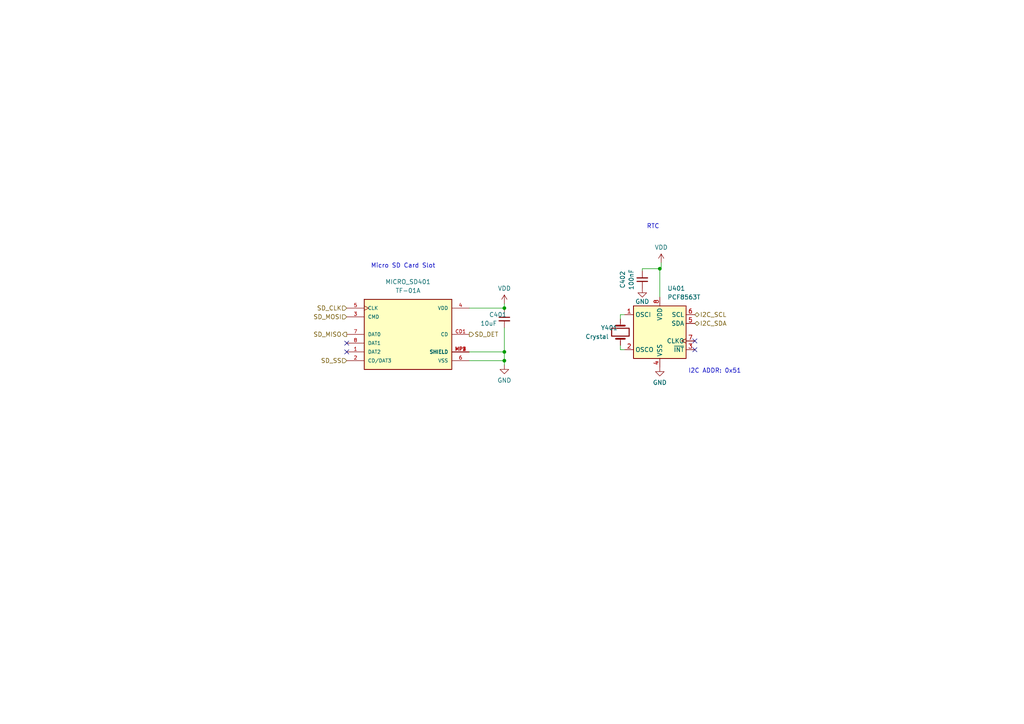
<source format=kicad_sch>
(kicad_sch (version 20250114) (generator "eeschema") (generator_version "9.0")
  (paper "A4")
  (lib_symbols
    (symbol "Device:C_Small" (pin_numbers (hide yes)) (pin_names (offset 0.254) (hide yes))
      (property "Reference" "C" (at 0.254 1.778 0))
      (property "Value" "C_Small" (at 0.254 -2.032 0))
      (symbol "C_Small_0_1"
        (polyline (pts (xy -1.524 0.508) (xy 1.524 0.508)) (stroke (width 0.3048)))
        (polyline (pts (xy -1.524 -0.508) (xy 1.524 -0.508)) (stroke (width 0.3302)))
      )
      (symbol "C_Small_1_1"
        (pin passive line (at 0 2.54 270) (length 2.032) (name "~") (number "1"))
        (pin passive line (at 0 -2.54 90) (length 2.032) (name "~") (number "2"))
      )
    )
    (symbol "Device:Crystal" (pin_numbers (hide yes)) (pin_names (offset 1.016) (hide yes))
      (property "Reference" "Y" (at 0 3.81 0))
      (property "Value" "Crystal" (at 0 -3.81 0))
      (symbol "Crystal_0_1"
        (polyline (pts (xy -2.54 0) (xy -1.905 0)))
        (polyline (pts (xy -1.905 -1.27) (xy -1.905 1.27)) (stroke (width 0.508)))
        (rectangle (start -1.143 2.54) (end 1.143 -2.54) (stroke (width 0.3048)))
        (polyline (pts (xy 1.905 -1.27) (xy 1.905 1.27)) (stroke (width 0.508)))
        (polyline (pts (xy 2.54 0) (xy 1.905 0)))
      )
      (symbol "Crystal_1_1"
        (pin passive line (at -3.81 0 0) (length 1.27) (name "1") (number "1"))
        (pin passive line (at 3.81 0 180) (length 1.27) (name "2") (number "2"))
      )
    )
    (symbol "Timer_RTC:PCF8563T"
      (property "Reference" "U" (at -7.62 8.89 0))
      (property "Value" "PCF8563T" (at 2.54 8.89 0))
      (symbol "PCF8563T_0_1"
        (rectangle (start -7.62 7.62) (end 7.62 -7.62) (stroke (width 0.254)) (fill (type background)))
      )
      (symbol "PCF8563T_1_1"
        (pin input line (at -10.16 5.08 0) (length 2.54) (name "OSCI") (number "1"))
        (pin output line (at -10.16 -5.08 0) (length 2.54) (name "OSCO") (number "2"))
        (pin power_in line (at 0 10.16 270) (length 2.54) (name "VDD") (number "8"))
        (pin power_in line (at 0 -10.16 90) (length 2.54) (name "VSS") (number "4"))
        (pin input line (at 10.16 5.08 180) (length 2.54) (name "SCL") (number "6"))
        (pin bidirectional line (at 10.16 2.54 180) (length 2.54) (name "SDA") (number "5"))
        (pin output clock (at 10.16 -2.54 180) (length 2.54) (name "CLKO") (number "7"))
        (pin output line (at 10.16 -5.08 180) (length 2.54) (name "~{INT}") (number "3"))
      )
    )
    (symbol "WOBCLibrary:TF-01A" (pin_names (offset 1.016))
      (property "Reference" "MICRO_SD" (at -12.7 10.795 0))
      (property "Value" "TF-01A" (at -12.7 -12.7 0))
      (symbol "TF-01A_0_0"
        (rectangle (start -12.7 -10.16) (end 12.7 10.16) (stroke (width 0.254)) (fill (type background)))
        (pin bidirectional clock (at -17.78 7.62 0) (length 5.08) (name "CLK") (number "5"))
        (pin bidirectional line (at -17.78 5.08 0) (length 5.08) (name "CMD") (number "3"))
        (pin bidirectional line (at -17.78 0 0) (length 5.08) (name "DAT0") (number "7"))
        (pin bidirectional line (at -17.78 -2.54 0) (length 5.08) (name "DAT1") (number "8"))
        (pin bidirectional line (at -17.78 -5.08 0) (length 5.08) (name "DAT2") (number "1"))
        (pin bidirectional line (at -17.78 -7.62 0) (length 5.08) (name "CD/DAT3") (number "2"))
        (pin power_in line (at 17.78 7.62 180) (length 5.08) (name "VDD") (number "4"))
        (pin passive line (at 17.78 0 180) (length 5.08) (name "CD") (number "CD1"))
        (pin power_in line (at 17.78 -5.08 180) (length 5.08) (name "SHIELD") (number "MP1"))
        (pin power_in line (at 17.78 -5.08 180) (length 5.08) (name "SHIELD") (number "MP2"))
        (pin power_in line (at 17.78 -5.08 180) (length 5.08) (name "SHIELD") (number "MP3"))
        (pin power_in line (at 17.78 -5.08 180) (length 5.08) (name "SHIELD") (number "MP4"))
        (pin power_in line (at 17.78 -7.62 180) (length 5.08) (name "VSS") (number "6"))
      )
    )
    (symbol "power:+BATT" (power) (pin_names (offset 0))
      (property "Value" "+BATT" (at 0 3.556 0))
      (symbol "+BATT_0_1"
        (polyline (pts (xy -0.762 1.27) (xy 0 2.54)))
        (polyline (pts (xy 0 2.54) (xy 0.762 1.27)))
        (polyline (pts (xy 0 0) (xy 0 2.54)))
      )
      (symbol "+BATT_1_1"
        (pin power_in line (at 0 0 90) (length 0) (hide yes) (name "+BATT") (number "1"))
      )
    )
    (symbol "power:GND" (power) (pin_names (offset 0))
      (property "Value" "GND" (at 0 -3.81 0))
      (symbol "GND_0_1"
        (polyline (pts (xy 0 0) (xy 0 -1.27) (xy 1.27 -1.27) (xy 0 -2.54) (xy -1.27 -1.27) (xy 0 -1.27)))
      )
      (symbol "GND_1_1"
        (pin power_in line (at 0 0 270) (length 0) (hide yes) (name "GND") (number "1"))
      )
    )
    (symbol "power:VDD" (power) (pin_names (offset 0))
      (property "Value" "VDD" (at 0 3.81 0))
      (symbol "VDD_0_1"
        (polyline (pts (xy -0.762 1.27) (xy 0 2.54)))
        (polyline (pts (xy 0 2.54) (xy 0.762 1.27)))
        (polyline (pts (xy 0 0) (xy 0 2.54)))
      )
      (symbol "VDD_1_1"
        (pin power_in line (at 0 0 90) (length 0) (hide yes) (name "VDD") (number "1"))
      )
    )
  )
  (text "I2C ADDR: 0x51" (at 199.6242 108.4164 0) (effects (font (size 1.27 1.27)) (justify left bottom)))
  (text "RTC" (at 187.5592 66.5064 0) (effects (font (size 1.27 1.27)) (justify left bottom)))
  (text "Micro SD Card Slot" (at 107.5492 77.9364 0) (effects (font (size 1.27 1.27)) (justify left bottom)))
  (junction (at 146.2842 89.3664))
  (junction (at 146.2842 102.0664))
  (junction (at 146.2842 104.6064))
  (junction (at 191.3692 77.9364))
  (no_connect (at 201.5292 101.4314))
  (no_connect (at 201.5292 98.8914))
  (no_connect (at 100.5642 102.0664))
  (no_connect (at 100.5642 99.5264))
  (wire (pts (xy 146.2842 95.0814) (xy 146.2842 102.0664)))
  (wire (pts (xy 136.1242 104.6064) (xy 146.2842 104.6064)))
  (wire (pts (xy 179.9392 92.5414) (xy 179.9392 91.2714)))
  (wire (pts (xy 179.9392 100.1614) (xy 179.9392 101.4314)))
  (wire (pts (xy 191.3692 77.9364) (xy 191.3692 86.1914)))
  (wire (pts (xy 186.2892 77.9364) (xy 191.3692 77.9364)))
  (wire (pts (xy 136.1242 89.3664) (xy 146.2842 89.3664)))
  (wire (pts (xy 179.9392 91.2714) (xy 181.2092 91.2714)))
  (wire (pts (xy 146.2842 104.6064) (xy 146.2842 105.8764)))
  (wire (pts (xy 191.77 76.2) (xy 191.77 77.9364)))
  (wire (pts (xy 186.2892 78.5714) (xy 186.2892 77.9364)))
  (wire (pts (xy 146.2842 102.0664) (xy 146.2842 104.6064)))
  (wire (pts (xy 179.9392 101.4314) (xy 181.2092 101.4314)))
  (wire (pts (xy 191.77 77.9364) (xy 191.3692 77.9364)))
  (wire (pts (xy 136.1242 102.0664) (xy 146.2842 102.0664)))
  (wire (pts (xy 146.2842 88.0964) (xy 146.2842 89.3664)))
  (wire (pts (xy 146.2842 89.3664) (xy 146.2842 90.0014)))
  (hierarchical_label "I2C_SCL" (shape bidirectional) (at 201.5292 91.2714 0))
  (hierarchical_label "I2C_SDA" (shape bidirectional) (at 201.5292 93.8114 0))
  (hierarchical_label "SD_MOSI" (shape input) (at 100.5642 91.9064 180))
  (hierarchical_label "SD_SS" (shape input) (at 100.5642 104.6064 180))
  (hierarchical_label "SD_CLK" (shape input) (at 100.5642 89.3664 180))
  (hierarchical_label "SD_DET" (shape output) (at 136.1242 96.9864 0))
  (hierarchical_label "SD_MISO" (shape output) (at 100.5642 96.9864 180))
  (symbol (lib_id "power:VDD") (at 146.2842 88.0964 0) (unit 1)
    (property "Reference" "#PWR0401" (effects (hide yes)))
    (property "Value" "VDD" (at 146.2842 83.6514 0))
  )
  (symbol (lib_id "power:GND") (at 191.3692 106.5114 0) (unit 1)
    (property "Reference" "#PWR0404" (effects (hide yes)))
    (property "Value" "GND" (at 191.3692 110.9564 0))
  )
  (symbol (lib_id "WOBCLibrary:TF-01A") (at 118.3442 96.9864 0) (unit 1)
    (property "Reference" "MICRO_SD401" (at 118.3442 81.7464 0))
    (property "Value" "TF-01A" (at 118.3442 84.2864 0))
    (property "Footprint" "WOBCLibrary:TF-01A" (effects (hide yes)))
    (property "Description" "\nStandard Card Edge Connectors\n" (effects (hide yes)))
    (property "MF" "HRO Electronics Co., Ltd." (effects (hide yes)))
    (property "Package" "Package" (effects (hide yes)))
    (property "Price" "None" (effects (hide yes)))
    (property "SnapEDA_Link" "https://www.snapeda.com/parts/TF-01A/HRO+Electronics+Co.%252C+Ltd./view-part/?ref=snap" (effects (hide yes)))
    (property "MP" "TF-01A" (effects (hide yes)))
    (property "Availability" "Not in stock" (effects (hide yes)))
    (property "Check_prices" "https://www.snapeda.com/parts/TF-01A/HRO+Electronics+Co.%252C+Ltd./view-part/?ref=eda" (effects (hide yes)))
    (property "LCSC" "C5155563" (effects (hide yes)))
  )
  (symbol (lib_id "power:+BATT") (at 191.77 76.2 0) (unit 1)
    (property "Reference" "#PWR0405" (effects (hide yes)))
    (property "Value" "VDD" (at 191.77 71.755 0))
  )
  (symbol (lib_id "Device:C_Small") (at 146.2842 92.5414 0) (unit 1)
    (property "Reference" "C401" (at 141.8392 91.2714 0) (effects (justify left)))
    (property "Value" "10uF" (at 139.2992 93.8114 0) (effects (justify left)))
    (property "Footprint" "Capacitor_SMD:C_0402_1005Metric" (effects (hide yes)))
    (property "LCSC" "C96446" (effects (hide yes)))
  )
  (symbol (lib_id "Timer_RTC:PCF8563T") (at 191.3692 96.3514 0) (unit 1)
    (property "Reference" "U401" (at 193.5633 83.6514 0) (effects (justify left)))
    (property "Value" "PCF8563T" (at 193.5633 86.1914 0) (effects (justify left)))
    (property "Footprint" "Package_SO:SOIC-8_3.9x4.9mm_P1.27mm" (effects (hide yes)))
    (property "Datasheet" "https://www.nxp.com/docs/en/data-sheet/PCF8563.pdf" (effects (hide yes)))
    (property "LCSC" "C7440" (effects (hide yes)))
  )
  (symbol (lib_id "Device:Crystal") (at 179.9392 96.3514 270) (unit 1)
    (property "Reference" "Y401" (at 174.2242 95.0814 90) (effects (justify left)))
    (property "Value" "Crystal" (at 169.7792 97.6214 90) (effects (justify left)))
    (property "Footprint" "Crystal:Crystal_SMD_3215-2Pin_3.2x1.5mm" (effects (hide yes)))
    (property "LCSC" "C32346" (effects (hide yes)))
  )
  (symbol (lib_id "Device:C_Small") (at 186.2892 81.1114 180) (unit 1)
    (property "Reference" "C402" (at 180.5742 81.1114 90))
    (property "Value" "100nF" (at 183.1142 81.1114 90))
    (property "Footprint" "Capacitor_SMD:C_0402_1005Metric" (effects (hide yes)))
    (property "LCSC" "C1525" (effects (hide yes)))
  )
  (symbol (lib_id "power:GND") (at 186.2892 83.6514 0) (unit 1)
    (property "Reference" "#PWR0403" (effects (hide yes)))
    (property "Value" "GND" (at 186.2892 87.4614 0))
  )
  (symbol (lib_id "power:GND") (at 146.2842 105.8764 0) (unit 1)
    (property "Reference" "#PWR0402" (effects (hide yes)))
    (property "Value" "GND" (at 146.2842 110.3214 0))
  )
)
</source>
